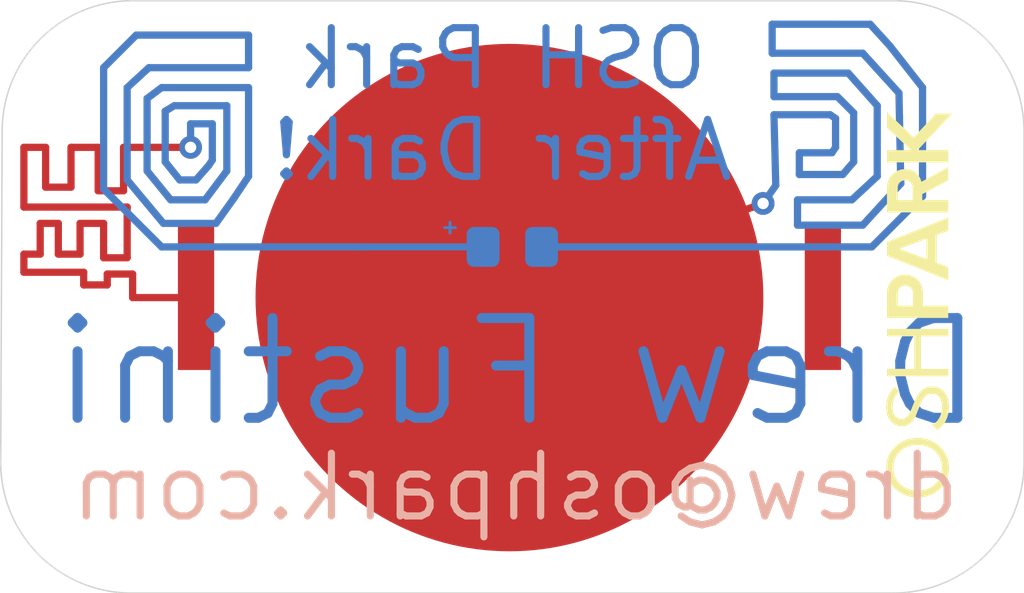
<source format=kicad_pcb>
(kicad_pcb (version 20171130) (host pcbnew 5.1.5-52549c5~84~ubuntu19.04.1)

  (general
    (thickness 1.6)
    (drawings 13)
    (tracks 100)
    (zones 0)
    (modules 4)
    (nets 1)
  )

  (page A4)
  (layers
    (0 F.Cu signal hide)
    (31 B.Cu signal)
    (32 B.Adhes user)
    (33 F.Adhes user)
    (34 B.Paste user)
    (35 F.Paste user)
    (36 B.SilkS user)
    (37 F.SilkS user hide)
    (38 B.Mask user)
    (39 F.Mask user hide)
    (40 Dwgs.User user)
    (41 Cmts.User user)
    (42 Eco1.User user)
    (43 Eco2.User user)
    (44 Edge.Cuts user)
    (45 Margin user)
    (46 B.CrtYd user)
    (47 F.CrtYd user)
    (48 B.Fab user)
    (49 F.Fab user)
  )

  (setup
    (last_trace_width 0.25)
    (trace_clearance 0.2)
    (zone_clearance 0.508)
    (zone_45_only no)
    (trace_min 0.1524)
    (via_size 0.8)
    (via_drill 0.4)
    (via_min_size 0.4)
    (via_min_drill 0.3)
    (uvia_size 0.3)
    (uvia_drill 0.1)
    (uvias_allowed no)
    (uvia_min_size 0.2)
    (uvia_min_drill 0.1)
    (edge_width 0.05)
    (segment_width 0.2)
    (pcb_text_width 0.3)
    (pcb_text_size 1.5 1.5)
    (mod_edge_width 0.12)
    (mod_text_size 1 1)
    (mod_text_width 0.15)
    (pad_size 2.54 2.54)
    (pad_drill 0)
    (pad_to_mask_clearance 0.051)
    (solder_mask_min_width 0.25)
    (aux_axis_origin 0 0)
    (visible_elements FFFFEF7F)
    (pcbplotparams
      (layerselection 0x010fc_ffffffff)
      (usegerberextensions false)
      (usegerberattributes false)
      (usegerberadvancedattributes false)
      (creategerberjobfile false)
      (excludeedgelayer true)
      (linewidth 0.100000)
      (plotframeref false)
      (viasonmask false)
      (mode 1)
      (useauxorigin false)
      (hpglpennumber 1)
      (hpglpenspeed 20)
      (hpglpendiameter 15.000000)
      (psnegative false)
      (psa4output false)
      (plotreference true)
      (plotvalue true)
      (plotinvisibletext false)
      (padsonsilk false)
      (subtractmaskfromsilk false)
      (outputformat 1)
      (mirror false)
      (drillshape 1)
      (scaleselection 1)
      (outputdirectory ""))
  )

  (net 0 "")

  (net_class Default "This is the default net class."
    (clearance 0.2)
    (trace_width 0.25)
    (via_dia 0.8)
    (via_drill 0.4)
    (uvia_dia 0.3)
    (uvia_drill 0.1)
  )

  (module LED_SMD:LED_0805_2012Metric_Pad1.15x1.40mm_HandSolder (layer B.Cu) (tedit 5E3069E1) (tstamp 5DE8C68C)
    (at 144.6276 70.358)
    (descr "LED SMD 0805 (2012 Metric), square (rectangular) end terminal, IPC_7351 nominal, (Body size source: https://docs.google.com/spreadsheets/d/1BsfQQcO9C6DZCsRaXUlFlo91Tg2WpOkGARC1WS5S8t0/edit?usp=sharing), generated with kicad-footprint-generator")
    (tags "LED handsolder")
    (attr smd)
    (fp_text reference REF** (at 0 1.65 180) (layer B.SilkS) hide
      (effects (font (size 1 1) (thickness 0.15)) (justify mirror))
    )
    (fp_text value LED_0805_2012Metric_Pad1.15x1.40mm_HandSolder (at 0 -1.65 180) (layer B.Fab) hide
      (effects (font (size 1 1) (thickness 0.15)) (justify mirror))
    )
    (fp_text user %R (at 0 0 180) (layer B.Fab) hide
      (effects (font (size 0.5 0.5) (thickness 0.08)) (justify mirror))
    )
    (fp_line (start 1.85 -0.95) (end -1.85 -0.95) (layer B.CrtYd) (width 0.05))
    (fp_line (start 1.85 0.95) (end 1.85 -0.95) (layer B.CrtYd) (width 0.05))
    (fp_line (start -1.85 0.95) (end 1.85 0.95) (layer B.CrtYd) (width 0.05))
    (fp_line (start -1.85 -0.95) (end -1.85 0.95) (layer B.CrtYd) (width 0.05))
    (fp_line (start 1 -0.6) (end 1 0.6) (layer B.Fab) (width 0.1))
    (fp_line (start -1 -0.6) (end 1 -0.6) (layer B.Fab) (width 0.1))
    (fp_line (start -1 0.3) (end -1 -0.6) (layer B.Fab) (width 0.1))
    (fp_line (start -0.7 0.6) (end -1 0.3) (layer B.Fab) (width 0.1))
    (fp_line (start 1 0.6) (end -0.7 0.6) (layer B.Fab) (width 0.1))
    (fp_text user + (at -2.1844 -0.7112) (layer B.Cu)
      (effects (font (size 0.5 0.5) (thickness 0.1)) (justify mirror))
    )
    (pad 2 smd roundrect (at 1.025 0) (size 1.15 1.4) (layers B.Cu B.Paste B.Mask) (roundrect_rratio 0.217391))
    (pad 1 smd roundrect (at -1.025 0) (size 1.15 1.4) (layers B.Cu B.Paste B.Mask) (roundrect_rratio 0.217391))
    (model ${KISYS3DMOD}/LED_SMD.3dshapes/LED_0805_2012Metric.wrl
      (at (xyz 0 0 0))
      (scale (xyz 1 1 1))
      (rotate (xyz 0 0 0))
    )
  )

  (module Symbol:OSHW-Logo2_9.8x8mm_Copper (layer F.Cu) (tedit 5E10D230) (tstamp 5E112C5B)
    (at 131.572 79.502)
    (descr "Open Source Hardware Symbol")
    (tags "Logo Symbol OSHW")
    (attr virtual)
    (fp_text reference REF** (at 0 0) (layer F.SilkS) hide
      (effects (font (size 1 1) (thickness 0.15)))
    )
    (fp_text value OSHW-Logo2_9.8x8mm_Copper (at 0.75 0) (layer F.Fab) hide
      (effects (font (size 1 1) (thickness 0.15)))
    )
    (fp_poly (pts (xy 0.139878 -3.712224) (xy 0.245612 -3.711645) (xy 0.322132 -3.710078) (xy 0.374372 -3.707028)
      (xy 0.407263 -3.702004) (xy 0.425737 -3.694511) (xy 0.434727 -3.684056) (xy 0.439163 -3.670147)
      (xy 0.439594 -3.668346) (xy 0.446333 -3.635855) (xy 0.458808 -3.571748) (xy 0.475719 -3.482849)
      (xy 0.495771 -3.375981) (xy 0.517664 -3.257967) (xy 0.518429 -3.253822) (xy 0.540359 -3.138169)
      (xy 0.560877 -3.035986) (xy 0.578659 -2.953402) (xy 0.592381 -2.896544) (xy 0.600718 -2.871542)
      (xy 0.601116 -2.871099) (xy 0.625677 -2.85889) (xy 0.676315 -2.838544) (xy 0.742095 -2.814455)
      (xy 0.742461 -2.814326) (xy 0.825317 -2.783182) (xy 0.923 -2.743509) (xy 1.015077 -2.703619)
      (xy 1.019434 -2.701647) (xy 1.169407 -2.63358) (xy 1.501498 -2.860361) (xy 1.603374 -2.929496)
      (xy 1.695657 -2.991303) (xy 1.773003 -3.042267) (xy 1.830064 -3.078873) (xy 1.861495 -3.097606)
      (xy 1.864479 -3.098996) (xy 1.887321 -3.09281) (xy 1.929982 -3.062965) (xy 1.994128 -3.008053)
      (xy 2.081421 -2.926666) (xy 2.170535 -2.840078) (xy 2.256441 -2.754753) (xy 2.333327 -2.676892)
      (xy 2.396564 -2.611303) (xy 2.441523 -2.562795) (xy 2.463576 -2.536175) (xy 2.464396 -2.534805)
      (xy 2.466834 -2.516537) (xy 2.45765 -2.486705) (xy 2.434574 -2.441279) (xy 2.395337 -2.37623)
      (xy 2.33767 -2.28753) (xy 2.260795 -2.173343) (xy 2.19257 -2.072838) (xy 2.131582 -1.982697)
      (xy 2.081356 -1.908151) (xy 2.045416 -1.854435) (xy 2.027287 -1.826782) (xy 2.026146 -1.824905)
      (xy 2.028359 -1.79841) (xy 2.045138 -1.746914) (xy 2.073142 -1.680149) (xy 2.083122 -1.658828)
      (xy 2.126672 -1.563841) (xy 2.173134 -1.456063) (xy 2.210877 -1.362808) (xy 2.238073 -1.293594)
      (xy 2.259675 -1.240994) (xy 2.272158 -1.213503) (xy 2.273709 -1.211384) (xy 2.296668 -1.207876)
      (xy 2.350786 -1.198262) (xy 2.428868 -1.183911) (xy 2.523719 -1.166193) (xy 2.628143 -1.146475)
      (xy 2.734944 -1.126126) (xy 2.836926 -1.106514) (xy 2.926894 -1.089009) (xy 2.997653 -1.074978)
      (xy 3.042006 -1.065791) (xy 3.052885 -1.063193) (xy 3.064122 -1.056782) (xy 3.072605 -1.042303)
      (xy 3.078714 -1.014867) (xy 3.082832 -0.969589) (xy 3.085341 -0.90158) (xy 3.086621 -0.805953)
      (xy 3.087054 -0.67782) (xy 3.087077 -0.625299) (xy 3.087077 -0.198155) (xy 2.9845 -0.177909)
      (xy 2.927431 -0.16693) (xy 2.842269 -0.150905) (xy 2.739372 -0.131767) (xy 2.629096 -0.111449)
      (xy 2.598615 -0.105868) (xy 2.496855 -0.086083) (xy 2.408205 -0.066627) (xy 2.340108 -0.049303)
      (xy 2.300004 -0.035912) (xy 2.293323 -0.031921) (xy 2.276919 -0.003658) (xy 2.253399 0.051109)
      (xy 2.227316 0.121588) (xy 2.222142 0.136769) (xy 2.187956 0.230896) (xy 2.145523 0.337101)
      (xy 2.103997 0.432473) (xy 2.103792 0.432916) (xy 2.03464 0.582525) (xy 2.489512 1.251617)
      (xy 2.1975 1.544116) (xy 2.10918 1.63117) (xy 2.028625 1.707909) (xy 1.96036 1.770237)
      (xy 1.908908 1.814056) (xy 1.878794 1.83527) (xy 1.874474 1.836616) (xy 1.849111 1.826016)
      (xy 1.797358 1.796547) (xy 1.724868 1.751705) (xy 1.637294 1.694984) (xy 1.542612 1.631462)
      (xy 1.446516 1.566668) (xy 1.360837 1.510287) (xy 1.291016 1.465788) (xy 1.242494 1.436639)
      (xy 1.220782 1.426308) (xy 1.194293 1.43505) (xy 1.144062 1.458087) (xy 1.080451 1.490631)
      (xy 1.073708 1.494249) (xy 0.988046 1.53721) (xy 0.929306 1.558279) (xy 0.892772 1.558503)
      (xy 0.873731 1.538928) (xy 0.87362 1.538654) (xy 0.864102 1.515472) (xy 0.841403 1.460441)
      (xy 0.807282 1.377822) (xy 0.7635 1.271872) (xy 0.711816 1.146852) (xy 0.653992 1.00702)
      (xy 0.597991 0.871637) (xy 0.536447 0.722234) (xy 0.479939 0.583832) (xy 0.430161 0.460673)
      (xy 0.388806 0.357002) (xy 0.357568 0.277059) (xy 0.338141 0.225088) (xy 0.332154 0.205692)
      (xy 0.347168 0.183443) (xy 0.386439 0.147982) (xy 0.438807 0.108887) (xy 0.587941 -0.014755)
      (xy 0.704511 -0.156478) (xy 0.787118 -0.313296) (xy 0.834366 -0.482225) (xy 0.844857 -0.660278)
      (xy 0.837231 -0.742461) (xy 0.795682 -0.912969) (xy 0.724123 -1.063541) (xy 0.626995 -1.192691)
      (xy 0.508734 -1.298936) (xy 0.37378 -1.38079) (xy 0.226571 -1.436768) (xy 0.071544 -1.465385)
      (xy -0.086861 -1.465156) (xy -0.244206 -1.434595) (xy -0.396054 -1.372218) (xy -0.537965 -1.27654)
      (xy -0.597197 -1.222428) (xy -0.710797 -1.08348) (xy -0.789894 -0.931639) (xy -0.835014 -0.771333)
      (xy -0.846684 -0.606988) (xy -0.825431 -0.443029) (xy -0.77178 -0.283882) (xy -0.68626 -0.133975)
      (xy -0.569395 0.002267) (xy -0.438807 0.108887) (xy -0.384412 0.149642) (xy -0.345986 0.184718)
      (xy -0.332154 0.205726) (xy -0.339397 0.228635) (xy -0.359995 0.283365) (xy -0.392254 0.365672)
      (xy -0.434479 0.471315) (xy -0.484977 0.59605) (xy -0.542052 0.735636) (xy -0.598146 0.87167)
      (xy -0.660033 1.021201) (xy -0.717356 1.159767) (xy -0.768356 1.283107) (xy -0.811273 1.386964)
      (xy -0.844347 1.46708) (xy -0.865819 1.519195) (xy -0.873775 1.538654) (xy -0.892571 1.558423)
      (xy -0.928926 1.558365) (xy -0.987521 1.537441) (xy -1.073032 1.494613) (xy -1.073708 1.494249)
      (xy -1.138093 1.461012) (xy -1.190139 1.436802) (xy -1.219488 1.426404) (xy -1.220783 1.426308)
      (xy -1.242876 1.436855) (xy -1.291652 1.466184) (xy -1.361669 1.510827) (xy -1.447486 1.567314)
      (xy -1.542612 1.631462) (xy -1.63946 1.696411) (xy -1.726747 1.752896) (xy -1.798819 1.797421)
      (xy -1.850023 1.82649) (xy -1.874474 1.836616) (xy -1.89699 1.823307) (xy -1.942258 1.786112)
      (xy -2.005756 1.729128) (xy -2.082961 1.656449) (xy -2.169349 1.572171) (xy -2.197601 1.544016)
      (xy -2.489713 1.251416) (xy -2.267369 0.925104) (xy -2.199798 0.824897) (xy -2.140493 0.734963)
      (xy -2.092783 0.66051) (xy -2.059993 0.606751) (xy -2.045452 0.578894) (xy -2.045026 0.576912)
      (xy -2.052692 0.550655) (xy -2.073311 0.497837) (xy -2.103315 0.42731) (xy -2.124375 0.380093)
      (xy -2.163752 0.289694) (xy -2.200835 0.198366) (xy -2.229585 0.1212) (xy -2.237395 0.097692)
      (xy -2.259583 0.034916) (xy -2.281273 -0.013589) (xy -2.293187 -0.031921) (xy -2.319477 -0.043141)
      (xy -2.376858 -0.059046) (xy -2.457882 -0.077833) (xy -2.555105 -0.097701) (xy -2.598615 -0.105868)
      (xy -2.709104 -0.126171) (xy -2.815084 -0.14583) (xy -2.906199 -0.162912) (xy -2.972092 -0.175482)
      (xy -2.9845 -0.177909) (xy -3.087077 -0.198155) (xy -3.087077 -0.625299) (xy -3.086847 -0.765754)
      (xy -3.085901 -0.872021) (xy -3.083859 -0.948987) (xy -3.080338 -1.00154) (xy -3.074957 -1.034567)
      (xy -3.067334 -1.052955) (xy -3.057088 -1.061592) (xy -3.052885 -1.063193) (xy -3.02753 -1.068873)
      (xy -2.971516 -1.080205) (xy -2.892036 -1.095821) (xy -2.796288 -1.114353) (xy -2.691467 -1.134431)
      (xy -2.584768 -1.154688) (xy -2.483387 -1.173754) (xy -2.394521 -1.190261) (xy -2.325363 -1.202841)
      (xy -2.283111 -1.210125) (xy -2.27371 -1.211384) (xy -2.265193 -1.228237) (xy -2.24634 -1.27313)
      (xy -2.220676 -1.33757) (xy -2.210877 -1.362808) (xy -2.171352 -1.460314) (xy -2.124808 -1.568041)
      (xy -2.083123 -1.658828) (xy -2.05245 -1.728247) (xy -2.032044 -1.78529) (xy -2.025232 -1.820223)
      (xy -2.026318 -1.824905) (xy -2.040715 -1.847009) (xy -2.073588 -1.896169) (xy -2.12141 -1.967152)
      (xy -2.180652 -2.054722) (xy -2.247785 -2.153643) (xy -2.261059 -2.17317) (xy -2.338954 -2.28886)
      (xy -2.396213 -2.376956) (xy -2.435119 -2.441514) (xy -2.457956 -2.486589) (xy -2.467006 -2.516237)
      (xy -2.464552 -2.534515) (xy -2.464489 -2.534631) (xy -2.445173 -2.558639) (xy -2.402449 -2.605053)
      (xy -2.340949 -2.669063) (xy -2.265302 -2.745855) (xy -2.180139 -2.830618) (xy -2.170535 -2.840078)
      (xy -2.06321 -2.944011) (xy -1.980385 -3.020325) (xy -1.920395 -3.070429) (xy -1.881577 -3.09573)
      (xy -1.86448 -3.098996) (xy -1.839527 -3.08475) (xy -1.787745 -3.051844) (xy -1.71448 -3.003792)
      (xy -1.62508 -2.94411) (xy -1.524889 -2.876312) (xy -1.501499 -2.860361) (xy -1.169407 -2.63358)
      (xy -1.019435 -2.701647) (xy -0.92823 -2.741315) (xy -0.830331 -2.781209) (xy -0.746169 -2.813017)
      (xy -0.742462 -2.814326) (xy -0.676631 -2.838424) (xy -0.625884 -2.8588) (xy -0.601158 -2.871064)
      (xy -0.601116 -2.871099) (xy -0.593271 -2.893266) (xy -0.579934 -2.947783) (xy -0.56243 -3.02852)
      (xy -0.542083 -3.12935) (xy -0.520218 -3.244144) (xy -0.518429 -3.253822) (xy -0.496496 -3.372096)
      (xy -0.47636 -3.479458) (xy -0.45932 -3.569083) (xy -0.446672 -3.634149) (xy -0.439716 -3.667832)
      (xy -0.439594 -3.668346) (xy -0.435361 -3.682675) (xy -0.427129 -3.693493) (xy -0.409967 -3.701294)
      (xy -0.378942 -3.706571) (xy -0.329122 -3.709818) (xy -0.255576 -3.711528) (xy -0.153371 -3.712193)
      (xy -0.017575 -3.712307) (xy 0 -3.712308) (xy 0.139878 -3.712224)) (layer F.Mask) (width 0.01))
  )

  (module afterdark:OSH_small_silk_no_logo (layer F.Cu) (tedit 5E10D07D) (tstamp 5E1142F3)
    (at 151.638 72.39 90)
    (descr "Imported from OSHPARK.svg")
    (tags svg2mod)
    (attr smd)
    (fp_text reference OSH_small (at 0 -11.457835 90) (layer F.Cu) hide
      (effects (font (size 1.524 1.524) (thickness 0.3048)))
    )
    (fp_text value G*** (at 0 11.457835 90) (layer F.Cu) hide
      (effects (font (size 1.524 1.524) (thickness 0.3048)))
    )
    (fp_poly (pts (xy 6.76111 6.120635) (xy 6.20884 6.120635) (xy 5.42765 6.959055) (xy 5.42765 6.120635)
      (xy 4.99557 6.120635) (xy 4.99557 8.266755) (xy 5.42765 8.266755) (xy 5.42765 7.193695)
      (xy 6.7096 8.409835) (xy 6.7096 7.831805) (xy 5.87118 7.056345) (xy 6.76111 6.120635)) (layer F.SilkS) (width 0))
    (fp_poly (pts (xy 4.31659 7.328185) (xy 4.11009 7.022185) (xy 3.67228 7.022185) (xy 3.67228 6.495675)
      (xy 4.11009 6.495675) (xy 4.16319 6.500675) (xy 4.21239 6.515675) (xy 4.25669 6.539575)
      (xy 4.29509 6.571375) (xy 4.32669 6.610075) (xy 4.35039 6.654875) (xy 4.36539 6.704775)
      (xy 4.37039 6.758775) (xy 4.36539 6.812775) (xy 4.35069 6.862675) (xy 4.32729 6.907475)
      (xy 4.29609 6.946175) (xy 4.25789 6.977975) (xy 4.21359 7.001875) (xy 4.16399 7.016875)
      (xy 4.11009 7.021875) (xy 4.11009 7.022185) (xy 4.31659 7.328185) (xy 4.41049 7.296585)
      (xy 4.49619 7.251785) (xy 4.57229 7.194785) (xy 4.63749 7.126585) (xy 4.69049 7.048185)
      (xy 4.72989 6.960585) (xy 4.75449 6.864785) (xy 4.76249 6.761805) (xy 4.74979 6.631575)
      (xy 4.71319 6.510755) (xy 4.65509 6.401815) (xy 4.57799 6.307215) (xy 4.48419 6.229415)
      (xy 4.37621 6.170715) (xy 4.25643 6.133715) (xy 4.12726 6.120815) (xy 3.2402 6.120815)
      (xy 3.2402 8.266935) (xy 3.67228 8.266935) (xy 3.67228 7.356985) (xy 3.88403 7.356985)
      (xy 4.35332 8.266935) (xy 4.83691 8.266935) (xy 4.31612 7.328365) (xy 4.31659 7.328185)) (layer F.SilkS) (width 0))
    (fp_poly (pts (xy 2.59844 8.266755) (xy 1.96319 6.558445) (xy 2.31515 7.505595) (xy 1.60836 7.505595)
      (xy 1.96319 6.558445) (xy 2.59844 8.266755) (xy 3.06487 8.266755) (xy 2.20355 6.120635)
      (xy 1.71996 6.120635) (xy 0.85865 8.266755) (xy 1.32508 8.266755) (xy 1.47674 7.860425)
      (xy 2.44678 7.860425) (xy 2.59844 8.266755)) (layer F.SilkS) (width 0))
    (fp_poly (pts (xy 0.42791 6.120635) (xy -0.02711 6.495535) (xy 0.38781 6.495535) (xy 0.44521 6.500535)
      (xy 0.49851 6.515035) (xy 0.54661 6.538335) (xy 0.58851 6.569635) (xy 0.62301 6.608335)
      (xy 0.64901 6.653735) (xy 0.66541 6.705135) (xy 0.67141 6.761735) (xy 0.66541 6.820135)
      (xy 0.64901 6.872535) (xy 0.62301 6.918535) (xy 0.58851 6.957435) (xy 0.54661 6.988635)
      (xy 0.49851 7.011635) (xy 0.44521 7.025835) (xy 0.38781 7.030835) (xy 0.38781 7.030635)
      (xy -0.02711 7.030635) (xy -0.02711 6.495535) (xy 0.42791 6.120635) (xy -0.45915 6.120635)
      (xy -0.45915 8.266755) (xy -0.02707 8.266755) (xy -0.02707 7.382555) (xy 0.42791 7.382555)
      (xy 0.5579 7.370355) (xy 0.67807 7.335055) (xy 0.78609 7.278855) (xy 0.87969 7.203855)
      (xy 0.95649 7.112155) (xy 1.01419 7.006005) (xy 1.05049 6.887525) (xy 1.06309 6.758845)
      (xy 1.05049 6.630375) (xy 1.01419 6.510655) (xy 0.95649 6.402275) (xy 0.87969 6.307775)
      (xy 0.78609 6.229775) (xy 0.67807 6.170875) (xy 0.5579 6.133675) (xy 0.42791 6.120675)
      (xy 0.42791 6.120635)) (layer F.SilkS) (width 0))
    (fp_poly (pts (xy -1.10433 6.120635) (xy -1.10433 7.076375) (xy -2.24607 7.076375) (xy -2.24607 6.120635)
      (xy -2.50646 6.120635) (xy -2.50646 8.266755) (xy -2.24607 8.266755) (xy -2.24607 7.311015)
      (xy -1.10433 7.311015) (xy -1.10433 8.266755) (xy -0.84394 8.266755) (xy -0.84394 6.120635)
      (xy -1.10433 6.120635)) (layer F.SilkS) (width 0))
    (fp_poly (pts (xy -3.5907 8.295375) (xy -3.44187 8.286375) (xy -3.30406 8.258975) (xy -3.18001 8.212975)
      (xy -3.07241 8.147975) (xy -2.98401 8.063675) (xy -2.91751 7.959725) (xy -2.87561 7.835805)
      (xy -2.86101 7.691555) (xy -2.87691 7.552235) (xy -2.92141 7.434915) (xy -2.98981 7.336615)
      (xy -3.07751 7.254415) (xy -3.17982 7.185415) (xy -3.29208 7.126615) (xy -3.52784 7.027715)
      (xy -3.70664 6.955515) (xy -3.85727 6.872815) (xy -3.91627 6.823915) (xy -3.96127 6.768115)
      (xy -3.98997 6.703915) (xy -4.00007 6.629915) (xy -3.99207 6.554915) (xy -3.96807 6.490615)
      (xy -3.93017 6.436915) (xy -3.88027 6.393515) (xy -3.82017 6.360115) (xy -3.75177 6.336615)
      (xy -3.67677 6.322615) (xy -3.59697 6.317615) (xy -3.50107 6.322615) (xy -3.41297 6.336315)
      (xy -3.33277 6.358215) (xy -3.26037 6.387715) (xy -3.19597 6.424015) (xy -3.13947 6.466415)
      (xy -3.05047 6.566885) (xy -2.87592 6.389475) (xy -2.93462 6.327375) (xy -3.00322 6.270575)
      (xy -3.08132 6.219875) (xy -3.16862 6.176275) (xy -3.26472 6.140775) (xy -3.36936 6.114275)
      (xy -3.48217 6.097675) (xy -3.60284 6.091675) (xy -3.73476 6.100675) (xy -3.85823 6.127675)
      (xy -3.97043 6.172275) (xy -4.06853 6.234275) (xy -4.14973 6.313275) (xy -4.21123 6.408975)
      (xy -4.25023 6.521165) (xy -4.26383 6.649475) (xy -4.24983 6.769025) (xy -4.21043 6.869725)
      (xy -4.14943 6.954225) (xy -4.07063 7.025125) (xy -3.97793 7.085025) (xy -3.87509 7.136525)
      (xy -3.6543 7.224725) (xy -3.4565 7.304325) (xy -3.3666 7.348925) (xy -3.2866 7.399625)
      (xy -3.2195 7.458525) (xy -3.1682 7.527725) (xy -3.1357 7.609325) (xy -3.1249 7.705425)
      (xy -3.1349 7.789025) (xy -3.1618 7.860025) (xy -3.2038 7.918825) (xy -3.2593 7.965825)
      (xy -3.3266 8.001625) (xy -3.404 8.026625) (xy -3.4899 8.041225) (xy -3.5826 8.046225)
      (xy -3.69075 8.039225) (xy -3.79323 8.020125) (xy -3.88863 7.989225) (xy -3.97563 7.947425)
      (xy -4.05283 7.895625) (xy -4.11893 7.834625) (xy -4.17243 7.765125) (xy -4.21203 7.688125)
      (xy -4.40088 7.879845) (xy -4.33778 7.967545) (xy -4.26108 8.047345) (xy -4.17208 8.118045)
      (xy -4.07218 8.178545) (xy -3.96276 8.227645) (xy -3.84518 8.264145) (xy -3.72084 8.286945)
      (xy -3.59109 8.294945) (xy -3.5907 8.295375)) (layer F.SilkS) (width 0))
    (fp_poly (pts (xy -5.71389 8.295375) (xy -5.71389 8.046425) (xy -5.88469 8.029425) (xy -6.03947 7.980425)
      (xy -6.17614 7.902625) (xy -6.29262 7.799265) (xy -6.38682 7.673515) (xy -6.45672 7.528545)
      (xy -6.50022 7.367545) (xy -6.51512 7.193705) (xy -6.50022 7.019865) (xy -6.45672 6.858865)
      (xy -6.38682 6.713895) (xy -6.29262 6.588145) (xy -6.17614 6.484785) (xy -6.03947 6.406985)
      (xy -5.88469 6.357985) (xy -5.71389 6.340985) (xy -5.54238 6.357985) (xy -5.38754 6.406985)
      (xy -5.25128 6.484785) (xy -5.13551 6.588145) (xy -5.04211 6.713895) (xy -4.97301 6.858865)
      (xy -4.93021 7.019865) (xy -4.91551 7.193705) (xy -4.93021 7.367545) (xy -4.97301 7.528545)
      (xy -5.04211 7.673515) (xy -5.13551 7.799265) (xy -5.25128 7.902625) (xy -5.38754 7.980425)
      (xy -5.54238 8.029425) (xy -5.71389 8.046425) (xy -5.71389 8.295375) (xy -5.60215 8.289375)
      (xy -5.49471 8.272675) (xy -5.39197 8.245575) (xy -5.29437 8.208575) (xy -5.20217 8.162275)
      (xy -5.11587 8.107175) (xy -5.03597 8.043775) (xy -4.96277 7.972775) (xy -4.89667 7.894575)
      (xy -4.83807 7.809775) (xy -4.78737 7.718975) (xy -4.74497 7.622675) (xy -4.71127 7.521405)
      (xy -4.68667 7.415745) (xy -4.67167 7.306225) (xy -4.66667 7.193415) (xy -4.67167 7.080595)
      (xy -4.68667 6.971085) (xy -4.71127 6.865415) (xy -4.74497 6.764145) (xy -4.78737 6.667845)
      (xy -4.83807 6.577045) (xy -4.89667 6.492245) (xy -4.96277 6.414045) (xy -5.03597 6.342945)
      (xy -5.11587 6.279545) (xy -5.20217 6.224445) (xy -5.29437 6.178145) (xy -5.39197 6.141145)
      (xy -5.49471 6.114045) (xy -5.60215 6.097345) (xy -5.71389 6.091345) (xy -5.82609 6.097345)
      (xy -5.93388 6.114045) (xy -6.03687 6.141145) (xy -6.13467 6.178145) (xy -6.22687 6.224445)
      (xy -6.31307 6.279545) (xy -6.39297 6.342945) (xy -6.46607 6.414045) (xy -6.53207 6.492245)
      (xy -6.59047 6.577045) (xy -6.64097 6.667845) (xy -6.68317 6.764145) (xy -6.71667 6.865415)
      (xy -6.74107 6.971085) (xy -6.75597 7.080595) (xy -6.76097 7.193415) (xy -6.75597 7.306225)
      (xy -6.74107 7.415745) (xy -6.71667 7.521405) (xy -6.68317 7.622675) (xy -6.64097 7.718975)
      (xy -6.59047 7.809775) (xy -6.53207 7.894575) (xy -6.46607 7.972775) (xy -6.39297 8.043775)
      (xy -6.31307 8.107175) (xy -6.22687 8.162275) (xy -6.13467 8.208575) (xy -6.03687 8.245575)
      (xy -5.93388 8.272675) (xy -5.82609 8.289375) (xy -5.71389 8.295375)) (layer F.SilkS) (width 0))
  )

  (module afterdark:BatteryHolder_Keystone_3034_1x20mm (layer F.Cu) (tedit 5E10CFED) (tstamp 5E1140B9)
    (at 144.526 72.136)
    (descr "Keystone 3034 SMD battery holder for 2020, 2025 and 2032 coincell batteries. http://www.keyelco.com/product-pdf.cfm?p=798")
    (tags "Keystone type 3034 coin cell retainer")
    (attr smd)
    (fp_text reference REF** (at 0 -11.5) (layer F.SilkS) hide
      (effects (font (size 1 1) (thickness 0.15)))
    )
    (fp_text value BatteryHolder_Keystone_3034_1x20mm (at 0 11.5) (layer F.Fab) hide
      (effects (font (size 1 1) (thickness 0.15)))
    )
    (fp_text user %R (at 0 -2.9) (layer F.Fab) hide
      (effects (font (size 1 1) (thickness 0.15)))
    )
    (fp_circle (center 0 0) (end 0 10.25) (layer Dwgs.User) (width 0.15))
    (fp_line (start -9.19 7.53) (end -10.63 3.6) (layer F.Fab) (width 0.1))
    (fp_line (start -10.63 3.6) (end -10.63 -5.4) (layer F.Fab) (width 0.1))
    (fp_line (start -10.63 -5.4) (end -8.64 -7.39) (layer F.Fab) (width 0.1))
    (fp_line (start -8.64 -7.39) (end 8.64 -7.39) (layer F.Fab) (width 0.1))
    (fp_line (start 8.64 -7.39) (end 10.63 -5.4) (layer F.Fab) (width 0.1))
    (fp_line (start 10.63 -5.4) (end 10.63 3.6) (layer F.Fab) (width 0.1))
    (fp_line (start 10.63 3.6) (end 9.19 7.53) (layer F.Fab) (width 0.1))
    (fp_arc (start 7.31 6.85) (end 6.1 8.43) (angle -107.5) (layer F.Fab) (width 0.1))
    (fp_arc (start 0 16.36) (end 6.1 8.43) (angle -75.1) (layer F.Fab) (width 0.1))
    (fp_arc (start -7.31 6.85) (end -9.19 7.53) (angle -107.5) (layer F.Fab) (width 0.1))
    (fp_line (start 11.87 -2.79) (end 10.88 -2.79) (layer F.CrtYd) (width 0.05))
    (fp_line (start 10.88 -2.79) (end 10.88 -5.5) (layer F.CrtYd) (width 0.05))
    (fp_line (start 10.88 -5.5) (end 8.74 -7.64) (layer F.CrtYd) (width 0.05))
    (fp_line (start 8.74 -7.64) (end 7.2 -7.64) (layer F.CrtYd) (width 0.05))
    (fp_arc (start 0 0) (end 7.2 -7.64) (angle -86.6) (layer F.CrtYd) (width 0.05))
    (fp_line (start -7.2 -7.64) (end -8.74 -7.64) (layer F.CrtYd) (width 0.05))
    (fp_line (start -8.74 -7.64) (end -10.88 -5.5) (layer F.CrtYd) (width 0.05))
    (fp_line (start -10.88 -5.5) (end -10.88 -2.79) (layer F.CrtYd) (width 0.05))
    (fp_line (start -10.88 -2.79) (end -11.87 -2.79) (layer F.CrtYd) (width 0.05))
    (fp_line (start -11.87 -2.79) (end -11.87 2.79) (layer F.CrtYd) (width 0.05))
    (fp_line (start -11.87 2.79) (end -10.88 2.79) (layer F.CrtYd) (width 0.05))
    (fp_line (start -10.88 2.79) (end -10.88 3.64) (layer F.CrtYd) (width 0.05))
    (fp_line (start -10.88 3.64) (end -9.44 7.62) (layer F.CrtYd) (width 0.05))
    (fp_arc (start -7.31 6.85) (end -9.43 7.62) (angle -106.9) (layer F.CrtYd) (width 0.05))
    (fp_arc (start 0 0) (end -5.96 8.64) (angle -69.1) (layer F.CrtYd) (width 0.05))
    (fp_arc (start 7.31 6.85) (end 5.96 8.64) (angle -106.9) (layer F.CrtYd) (width 0.05))
    (fp_line (start 9.43 7.63) (end 10.88 3.64) (layer F.CrtYd) (width 0.05))
    (fp_line (start 10.88 3.64) (end 10.88 2.79) (layer F.CrtYd) (width 0.05))
    (fp_line (start 10.88 2.79) (end 11.87 2.79) (layer F.CrtYd) (width 0.05))
    (fp_line (start 11.87 2.79) (end 11.87 -2.79) (layer F.CrtYd) (width 0.05))
    (pad 2 smd circle (at 0 0) (size 17.8 17.8) (layers F.Cu F.Mask))
    (pad 1 smd rect (at 10.985 0) (size 1.27 5.08) (layers F.Cu F.Paste F.Mask))
    (pad 1 smd rect (at -10.985 0) (size 1.27 5.08) (layers F.Cu F.Paste F.Mask))
    (model ${KISYS3DMOD}/Battery.3dshapes/BatteryHolder_Keystone_3034_1x20mm.wrl
      (at (xyz 0 0 0))
      (scale (xyz 1 1 1))
      (rotate (xyz 0 0 0))
    )
  )

  (gr_text "Drew Fustini" (at 144.8054 74.7522) (layer B.Mask) (tstamp 5DE7288D)
    (effects (font (size 3.5 3.5) (thickness 0.35)) (justify mirror))
  )
  (gr_text drew@oshpark.com (at 144.7292 78.7908) (layer B.SilkS) (tstamp 5D57279B)
    (effects (font (size 2.2 2.2) (thickness 0.25)) (justify mirror))
  )
  (gr_text "Drew Fustini" (at 144.8054 74.7522) (layer B.Paste) (tstamp 5D570DC8)
    (effects (font (size 3.5 3.5) (thickness 0.35)) (justify mirror))
  )
  (gr_text "Drew Fustini" (at 144.8054 74.7522) (layer B.Cu) (tstamp 5D3E808C)
    (effects (font (size 3.5 3.5) (thickness 0.35)) (justify mirror))
  )
  (gr_text "OSH Park\nAfter Dark!" (at 144.28216 65.36436) (layer B.Cu) (tstamp 5E112AF9)
    (effects (font (size 2 2) (thickness 0.25)) (justify mirror))
  )
  (gr_line (start 126.746 66.294) (end 126.6952 77.9272) (layer Edge.Cuts) (width 0.05) (tstamp 5CD3EA20))
  (gr_line (start 157.988 82.4992) (end 131.2672 82.4992) (layer Edge.Cuts) (width 0.05) (tstamp 5CD3EA01))
  (gr_line (start 162.56 66.294) (end 162.56 77.9272) (layer Edge.Cuts) (width 0.05) (tstamp 5CD3E9C1))
  (gr_line (start 131.318 61.722) (end 157.988 61.722) (layer Edge.Cuts) (width 0.05) (tstamp 5CD3E9A9))
  (gr_arc (start 157.988 77.9272) (end 157.988 82.4992) (angle -90) (layer Edge.Cuts) (width 0.05) (tstamp 5CD3E94D))
  (gr_arc (start 131.2672 77.9272) (end 126.6952 77.9272) (angle -90) (layer Edge.Cuts) (width 0.05) (tstamp 5CD3E932))
  (gr_arc (start 131.318 66.294) (end 131.318 61.722) (angle -90) (layer Edge.Cuts) (width 0.05) (tstamp 5CD3E8FE))
  (gr_arc (start 157.988 66.294) (end 162.56 66.294) (angle -90) (layer Edge.Cuts) (width 0.05))

  (segment (start 153.416 68.834) (end 153.416 68.834) (width 0.254) (layer B.Cu) (net 0) (tstamp 5E113697))
  (via (at 153.416 68.834) (size 0.8) (drill 0.4) (layers F.Cu B.Cu) (net 0))
  (segment (start 153.416 68.834) (end 144.018 72.136) (width 0.254) (layer F.Cu) (net 0))
  (segment (start 131.318 71.3105) (end 131.318 72.136) (width 0.254) (layer F.Cu) (net 0))
  (segment (start 130.429 71.3105) (end 131.318 71.3105) (width 0.254) (layer F.Cu) (net 0))
  (segment (start 130.429 71.6915) (end 130.429 71.3105) (width 0.254) (layer F.Cu) (net 0))
  (segment (start 127.508 66.8655) (end 127.508 68.961) (width 0.254) (layer F.Cu) (net 0))
  (segment (start 128.27 66.8655) (end 127.508 66.8655) (width 0.254) (layer F.Cu) (net 0))
  (segment (start 128.7145 70.612) (end 128.7145 69.5325) (width 0.254) (layer F.Cu) (net 0))
  (segment (start 127.508 68.961) (end 131.1275 68.961) (width 0.254) (layer F.Cu) (net 0))
  (segment (start 129.6035 71.6915) (end 130.429 71.6915) (width 0.254) (layer F.Cu) (net 0))
  (segment (start 131.1275 70.739) (end 130.302 70.739) (width 0.254) (layer F.Cu) (net 0))
  (segment (start 128.27 68.2625) (end 128.27 66.8655) (width 0.254) (layer F.Cu) (net 0))
  (segment (start 129.159 68.2625) (end 128.27 68.2625) (width 0.254) (layer F.Cu) (net 0))
  (segment (start 129.159 66.8655) (end 129.159 68.2625) (width 0.254) (layer F.Cu) (net 0))
  (segment (start 131.0005 66.8655) (end 131.0005 68.3895) (width 0.254) (layer F.Cu) (net 0))
  (segment (start 128.7145 69.5325) (end 128.0795 69.5325) (width 0.254) (layer F.Cu) (net 0))
  (segment (start 128.0795 69.5325) (end 128.0795 70.612) (width 0.254) (layer F.Cu) (net 0))
  (segment (start 131.0005 68.3895) (end 130.1115 68.3895) (width 0.254) (layer F.Cu) (net 0))
  (segment (start 130.302 70.739) (end 130.302 69.5325) (width 0.254) (layer F.Cu) (net 0))
  (segment (start 129.6035 71.247) (end 129.6035 71.6915) (width 0.254) (layer F.Cu) (net 0))
  (segment (start 130.302 69.5325) (end 129.4765 69.5325) (width 0.254) (layer F.Cu) (net 0))
  (segment (start 127.508 70.612) (end 127.508 71.247) (width 0.254) (layer F.Cu) (net 0))
  (segment (start 131.1275 68.961) (end 131.1275 70.739) (width 0.254) (layer F.Cu) (net 0))
  (segment (start 129.4765 69.5325) (end 129.4765 70.612) (width 0.254) (layer F.Cu) (net 0))
  (segment (start 130.1115 66.8655) (end 129.159 66.8655) (width 0.254) (layer F.Cu) (net 0))
  (segment (start 129.4765 70.612) (end 128.7145 70.612) (width 0.254) (layer F.Cu) (net 0))
  (segment (start 130.1115 68.3895) (end 130.1115 66.8655) (width 0.254) (layer F.Cu) (net 0))
  (segment (start 127.508 71.247) (end 129.6035 71.247) (width 0.254) (layer F.Cu) (net 0))
  (segment (start 131.318 72.136) (end 133.033 72.136) (width 0.254) (layer F.Cu) (net 0))
  (segment (start 128.0795 70.612) (end 127.508 70.612) (width 0.254) (layer F.Cu) (net 0))
  (segment (start 133.35 66.8655) (end 131.0005 66.8655) (width 0.254) (layer F.Cu) (net 0))
  (segment (start 133.35 66.8655) (end 133.35 66.8655) (width 0.254) (layer B.Cu) (net 0) (tstamp 5E112B43))
  (via (at 133.35 66.8655) (size 0.8) (drill 0.4) (layers F.Cu B.Cu) (net 0))
  (segment (start 130.302 68.326) (end 132.334 70.358) (width 0.254) (layer B.Cu) (net 0))
  (segment (start 134.62 65.405) (end 134.62 67.691) (width 0.254) (layer B.Cu) (net 0))
  (segment (start 133.35 66.04) (end 134.112 66.04) (width 0.254) (layer B.Cu) (net 0))
  (segment (start 133.5405 68.0085) (end 132.969 68.0085) (width 0.254) (layer B.Cu) (net 0))
  (segment (start 133.858 68.707) (end 132.6515 68.707) (width 0.254) (layer B.Cu) (net 0))
  (segment (start 132.7785 65.405) (end 134.62 65.405) (width 0.254) (layer B.Cu) (net 0))
  (segment (start 132.969 68.0085) (end 132.461 67.3735) (width 0.254) (layer B.Cu) (net 0))
  (segment (start 134.112 66.04) (end 134.112 67.31) (width 0.254) (layer B.Cu) (net 0))
  (segment (start 131.826 67.691) (end 131.826 65.151) (width 0.254) (layer B.Cu) (net 0))
  (segment (start 135.382 62.9285) (end 131.445 62.9285) (width 0.254) (layer B.Cu) (net 0))
  (segment (start 132.461 65.5955) (end 132.7785 65.405) (width 0.254) (layer B.Cu) (net 0))
  (segment (start 132.461 67.3735) (end 132.461 65.5955) (width 0.254) (layer B.Cu) (net 0))
  (segment (start 135.382 64.77) (end 135.382 67.8815) (width 0.254) (layer B.Cu) (net 0))
  (segment (start 132.3975 69.5325) (end 131.1275 68.0085) (width 0.254) (layer B.Cu) (net 0))
  (segment (start 131.8895 64.0715) (end 135.382 64.0715) (width 0.254) (layer B.Cu) (net 0))
  (segment (start 131.826 65.151) (end 132.334 64.77) (width 0.254) (layer B.Cu) (net 0))
  (segment (start 133.35 66.8655) (end 133.35 66.04) (width 0.254) (layer B.Cu) (net 0))
  (segment (start 134.239 69.5325) (end 132.3975 69.5325) (width 0.254) (layer B.Cu) (net 0))
  (segment (start 134.112 67.31) (end 133.985 67.5005) (width 0.254) (layer B.Cu) (net 0))
  (segment (start 133.985 67.5005) (end 133.5405 68.0085) (width 0.254) (layer B.Cu) (net 0))
  (segment (start 131.1275 64.77) (end 131.8895 64.0715) (width 0.254) (layer B.Cu) (net 0))
  (segment (start 134.62 67.691) (end 133.858 68.707) (width 0.254) (layer B.Cu) (net 0))
  (segment (start 134.874 68.6435) (end 134.239 69.5325) (width 0.254) (layer B.Cu) (net 0))
  (segment (start 132.6515 68.707) (end 131.826 67.691) (width 0.254) (layer B.Cu) (net 0))
  (segment (start 132.334 64.77) (end 135.382 64.77) (width 0.254) (layer B.Cu) (net 0))
  (segment (start 135.382 67.8815) (end 134.874 68.6435) (width 0.254) (layer B.Cu) (net 0))
  (segment (start 131.1275 68.0085) (end 131.1275 64.77) (width 0.254) (layer B.Cu) (net 0))
  (segment (start 139.1666 70.358) (end 143.6026 70.358) (width 0.25) (layer B.Cu) (net 0))
  (segment (start 139.1666 70.358) (end 139.437 70.358) (width 0.254) (layer B.Cu) (net 0))
  (segment (start 132.334 70.358) (end 139.1666 70.358) (width 0.254) (layer B.Cu) (net 0))
  (segment (start 153.8605 68.199) (end 153.416 68.834) (width 0.254) (layer B.Cu) (net 0))
  (segment (start 155.7655 65.7225) (end 153.797 65.7225) (width 0.254) (layer B.Cu) (net 0))
  (segment (start 155.956 66.8655) (end 155.956 65.8495) (width 0.254) (layer B.Cu) (net 0))
  (segment (start 155.829 67.056) (end 155.956 66.8655) (width 0.254) (layer B.Cu) (net 0))
  (segment (start 156.21 67.818) (end 154.686 67.818) (width 0.254) (layer B.Cu) (net 0))
  (segment (start 156.591 67.3735) (end 156.21 67.818) (width 0.254) (layer B.Cu) (net 0))
  (segment (start 157.168978 62.547943) (end 153.7335 62.5475) (width 0.254) (layer B.Cu) (net 0))
  (segment (start 157.861 63.3095) (end 157.168978 62.547943) (width 0.254) (layer B.Cu) (net 0))
  (segment (start 153.7335 63.5635) (end 156.9085 63.5635) (width 0.254) (layer B.Cu) (net 0))
  (segment (start 153.7335 62.5475) (end 153.7335 63.5635) (width 0.254) (layer B.Cu) (net 0))
  (segment (start 145.5166 70.2564) (end 145.6182 70.358) (width 0.254) (layer B.Cu) (net 0))
  (segment (start 156.9085 63.5635) (end 158.1785 64.9605) (width 0.254) (layer B.Cu) (net 0))
  (segment (start 156.5275 68.707) (end 157.4165 67.8815) (width 0.254) (layer B.Cu) (net 0))
  (segment (start 157.226 70.358) (end 159.004 68.58) (width 0.254) (layer B.Cu) (net 0))
  (segment (start 153.797 65.7225) (end 153.8605 68.199) (width 0.254) (layer B.Cu) (net 0))
  (segment (start 159.004 64.77) (end 157.861 63.3095) (width 0.254) (layer B.Cu) (net 0))
  (segment (start 156.0195 65.0875) (end 156.591 65.659) (width 0.254) (layer B.Cu) (net 0))
  (segment (start 159.004 68.58) (end 159.004 64.77) (width 0.254) (layer B.Cu) (net 0))
  (segment (start 153.797 64.262) (end 153.797 65.0875) (width 0.254) (layer B.Cu) (net 0))
  (segment (start 145.6182 70.358) (end 157.226 70.358) (width 0.254) (layer B.Cu) (net 0))
  (segment (start 158.242 68.1355) (end 156.9085 69.596) (width 0.254) (layer B.Cu) (net 0))
  (segment (start 155.956 65.8495) (end 155.7655 65.7225) (width 0.254) (layer B.Cu) (net 0))
  (segment (start 154.686 67.056) (end 155.829 67.056) (width 0.254) (layer B.Cu) (net 0))
  (segment (start 156.9085 69.596) (end 154.6225 69.596) (width 0.254) (layer B.Cu) (net 0))
  (segment (start 154.686 67.818) (end 154.686 67.056) (width 0.254) (layer B.Cu) (net 0))
  (segment (start 156.4005 64.262) (end 153.797 64.262) (width 0.254) (layer B.Cu) (net 0))
  (segment (start 156.591 65.659) (end 156.591 67.3735) (width 0.254) (layer B.Cu) (net 0))
  (segment (start 154.6225 69.596) (end 154.6225 68.707) (width 0.254) (layer B.Cu) (net 0))
  (segment (start 158.1785 64.9605) (end 158.242 68.1355) (width 0.254) (layer B.Cu) (net 0))
  (segment (start 154.6225 68.707) (end 156.5275 68.707) (width 0.254) (layer B.Cu) (net 0))
  (segment (start 157.4165 65.405) (end 156.4005 64.262) (width 0.254) (layer B.Cu) (net 0))
  (segment (start 157.4165 67.8815) (end 157.4165 65.405) (width 0.254) (layer B.Cu) (net 0))
  (segment (start 153.797 65.0875) (end 156.0195 65.0875) (width 0.254) (layer B.Cu) (net 0))
  (segment (start 130.302 64.0715) (end 130.302 68.326) (width 0.254) (layer B.Cu) (net 0))
  (segment (start 135.382 64.0715) (end 135.382 62.9285) (width 0.254) (layer B.Cu) (net 0))
  (segment (start 131.445 62.9285) (end 130.302 64.0715) (width 0.254) (layer B.Cu) (net 0))

)

</source>
